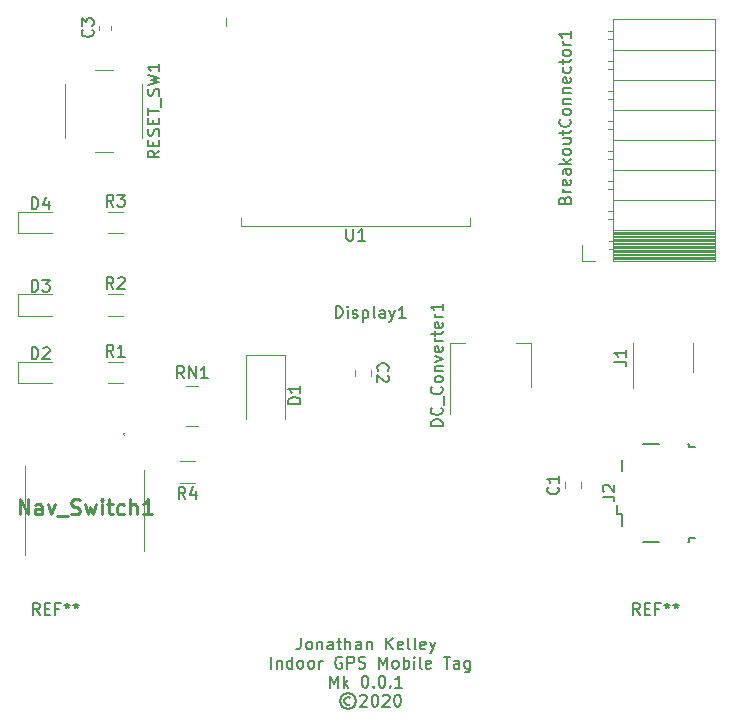
<source format=gbr>
%TF.GenerationSoftware,KiCad,Pcbnew,(5.99.0-3294-g9c46e491e)*%
%TF.CreationDate,2020-11-17T05:13:20-05:00*%
%TF.ProjectId,mobile-tag,6d6f6269-6c65-42d7-9461-672e6b696361,rev?*%
%TF.SameCoordinates,Original*%
%TF.FileFunction,Legend,Top*%
%TF.FilePolarity,Positive*%
%FSLAX46Y46*%
G04 Gerber Fmt 4.6, Leading zero omitted, Abs format (unit mm)*
G04 Created by KiCad (PCBNEW (5.99.0-3294-g9c46e491e)) date 2020-11-17 05:13:20*
%MOMM*%
%LPD*%
G01*
G04 APERTURE LIST*
%ADD10C,0.150000*%
%ADD11C,0.254000*%
%ADD12C,0.120000*%
%ADD13C,0.100000*%
G04 APERTURE END LIST*
D10*
X127469047Y-99272380D02*
X127469047Y-99986666D01*
X127421428Y-100129523D01*
X127326190Y-100224761D01*
X127183333Y-100272380D01*
X127088095Y-100272380D01*
X128088095Y-100272380D02*
X127992857Y-100224761D01*
X127945238Y-100177142D01*
X127897619Y-100081904D01*
X127897619Y-99796190D01*
X127945238Y-99700952D01*
X127992857Y-99653333D01*
X128088095Y-99605714D01*
X128230952Y-99605714D01*
X128326190Y-99653333D01*
X128373809Y-99700952D01*
X128421428Y-99796190D01*
X128421428Y-100081904D01*
X128373809Y-100177142D01*
X128326190Y-100224761D01*
X128230952Y-100272380D01*
X128088095Y-100272380D01*
X128850000Y-99605714D02*
X128850000Y-100272380D01*
X128850000Y-99700952D02*
X128897619Y-99653333D01*
X128992857Y-99605714D01*
X129135714Y-99605714D01*
X129230952Y-99653333D01*
X129278571Y-99748571D01*
X129278571Y-100272380D01*
X130183333Y-100272380D02*
X130183333Y-99748571D01*
X130135714Y-99653333D01*
X130040476Y-99605714D01*
X129850000Y-99605714D01*
X129754761Y-99653333D01*
X130183333Y-100224761D02*
X130088095Y-100272380D01*
X129850000Y-100272380D01*
X129754761Y-100224761D01*
X129707142Y-100129523D01*
X129707142Y-100034285D01*
X129754761Y-99939047D01*
X129850000Y-99891428D01*
X130088095Y-99891428D01*
X130183333Y-99843809D01*
X130516666Y-99605714D02*
X130897619Y-99605714D01*
X130659523Y-99272380D02*
X130659523Y-100129523D01*
X130707142Y-100224761D01*
X130802380Y-100272380D01*
X130897619Y-100272380D01*
X131230952Y-100272380D02*
X131230952Y-99272380D01*
X131659523Y-100272380D02*
X131659523Y-99748571D01*
X131611904Y-99653333D01*
X131516666Y-99605714D01*
X131373809Y-99605714D01*
X131278571Y-99653333D01*
X131230952Y-99700952D01*
X132564285Y-100272380D02*
X132564285Y-99748571D01*
X132516666Y-99653333D01*
X132421428Y-99605714D01*
X132230952Y-99605714D01*
X132135714Y-99653333D01*
X132564285Y-100224761D02*
X132469047Y-100272380D01*
X132230952Y-100272380D01*
X132135714Y-100224761D01*
X132088095Y-100129523D01*
X132088095Y-100034285D01*
X132135714Y-99939047D01*
X132230952Y-99891428D01*
X132469047Y-99891428D01*
X132564285Y-99843809D01*
X133040476Y-99605714D02*
X133040476Y-100272380D01*
X133040476Y-99700952D02*
X133088095Y-99653333D01*
X133183333Y-99605714D01*
X133326190Y-99605714D01*
X133421428Y-99653333D01*
X133469047Y-99748571D01*
X133469047Y-100272380D01*
X134707142Y-100272380D02*
X134707142Y-99272380D01*
X135278571Y-100272380D02*
X134850000Y-99700952D01*
X135278571Y-99272380D02*
X134707142Y-99843809D01*
X136088095Y-100224761D02*
X135992857Y-100272380D01*
X135802380Y-100272380D01*
X135707142Y-100224761D01*
X135659523Y-100129523D01*
X135659523Y-99748571D01*
X135707142Y-99653333D01*
X135802380Y-99605714D01*
X135992857Y-99605714D01*
X136088095Y-99653333D01*
X136135714Y-99748571D01*
X136135714Y-99843809D01*
X135659523Y-99939047D01*
X136707142Y-100272380D02*
X136611904Y-100224761D01*
X136564285Y-100129523D01*
X136564285Y-99272380D01*
X137230952Y-100272380D02*
X137135714Y-100224761D01*
X137088095Y-100129523D01*
X137088095Y-99272380D01*
X137992857Y-100224761D02*
X137897619Y-100272380D01*
X137707142Y-100272380D01*
X137611904Y-100224761D01*
X137564285Y-100129523D01*
X137564285Y-99748571D01*
X137611904Y-99653333D01*
X137707142Y-99605714D01*
X137897619Y-99605714D01*
X137992857Y-99653333D01*
X138040476Y-99748571D01*
X138040476Y-99843809D01*
X137564285Y-99939047D01*
X138373809Y-99605714D02*
X138611904Y-100272380D01*
X138850000Y-99605714D02*
X138611904Y-100272380D01*
X138516666Y-100510476D01*
X138469047Y-100558095D01*
X138373809Y-100605714D01*
X124921428Y-101882380D02*
X124921428Y-100882380D01*
X125397619Y-101215714D02*
X125397619Y-101882380D01*
X125397619Y-101310952D02*
X125445238Y-101263333D01*
X125540476Y-101215714D01*
X125683333Y-101215714D01*
X125778571Y-101263333D01*
X125826190Y-101358571D01*
X125826190Y-101882380D01*
X126730952Y-101882380D02*
X126730952Y-100882380D01*
X126730952Y-101834761D02*
X126635714Y-101882380D01*
X126445238Y-101882380D01*
X126350000Y-101834761D01*
X126302380Y-101787142D01*
X126254761Y-101691904D01*
X126254761Y-101406190D01*
X126302380Y-101310952D01*
X126350000Y-101263333D01*
X126445238Y-101215714D01*
X126635714Y-101215714D01*
X126730952Y-101263333D01*
X127350000Y-101882380D02*
X127254761Y-101834761D01*
X127207142Y-101787142D01*
X127159523Y-101691904D01*
X127159523Y-101406190D01*
X127207142Y-101310952D01*
X127254761Y-101263333D01*
X127350000Y-101215714D01*
X127492857Y-101215714D01*
X127588095Y-101263333D01*
X127635714Y-101310952D01*
X127683333Y-101406190D01*
X127683333Y-101691904D01*
X127635714Y-101787142D01*
X127588095Y-101834761D01*
X127492857Y-101882380D01*
X127350000Y-101882380D01*
X128254761Y-101882380D02*
X128159523Y-101834761D01*
X128111904Y-101787142D01*
X128064285Y-101691904D01*
X128064285Y-101406190D01*
X128111904Y-101310952D01*
X128159523Y-101263333D01*
X128254761Y-101215714D01*
X128397619Y-101215714D01*
X128492857Y-101263333D01*
X128540476Y-101310952D01*
X128588095Y-101406190D01*
X128588095Y-101691904D01*
X128540476Y-101787142D01*
X128492857Y-101834761D01*
X128397619Y-101882380D01*
X128254761Y-101882380D01*
X129016666Y-101882380D02*
X129016666Y-101215714D01*
X129016666Y-101406190D02*
X129064285Y-101310952D01*
X129111904Y-101263333D01*
X129207142Y-101215714D01*
X129302380Y-101215714D01*
X130921428Y-100930000D02*
X130826190Y-100882380D01*
X130683333Y-100882380D01*
X130540476Y-100930000D01*
X130445238Y-101025238D01*
X130397619Y-101120476D01*
X130350000Y-101310952D01*
X130350000Y-101453809D01*
X130397619Y-101644285D01*
X130445238Y-101739523D01*
X130540476Y-101834761D01*
X130683333Y-101882380D01*
X130778571Y-101882380D01*
X130921428Y-101834761D01*
X130969047Y-101787142D01*
X130969047Y-101453809D01*
X130778571Y-101453809D01*
X131397619Y-101882380D02*
X131397619Y-100882380D01*
X131778571Y-100882380D01*
X131873809Y-100930000D01*
X131921428Y-100977619D01*
X131969047Y-101072857D01*
X131969047Y-101215714D01*
X131921428Y-101310952D01*
X131873809Y-101358571D01*
X131778571Y-101406190D01*
X131397619Y-101406190D01*
X132350000Y-101834761D02*
X132492857Y-101882380D01*
X132730952Y-101882380D01*
X132826190Y-101834761D01*
X132873809Y-101787142D01*
X132921428Y-101691904D01*
X132921428Y-101596666D01*
X132873809Y-101501428D01*
X132826190Y-101453809D01*
X132730952Y-101406190D01*
X132540476Y-101358571D01*
X132445238Y-101310952D01*
X132397619Y-101263333D01*
X132350000Y-101168095D01*
X132350000Y-101072857D01*
X132397619Y-100977619D01*
X132445238Y-100930000D01*
X132540476Y-100882380D01*
X132778571Y-100882380D01*
X132921428Y-100930000D01*
X134111904Y-101882380D02*
X134111904Y-100882380D01*
X134445238Y-101596666D01*
X134778571Y-100882380D01*
X134778571Y-101882380D01*
X135397619Y-101882380D02*
X135302380Y-101834761D01*
X135254761Y-101787142D01*
X135207142Y-101691904D01*
X135207142Y-101406190D01*
X135254761Y-101310952D01*
X135302380Y-101263333D01*
X135397619Y-101215714D01*
X135540476Y-101215714D01*
X135635714Y-101263333D01*
X135683333Y-101310952D01*
X135730952Y-101406190D01*
X135730952Y-101691904D01*
X135683333Y-101787142D01*
X135635714Y-101834761D01*
X135540476Y-101882380D01*
X135397619Y-101882380D01*
X136159523Y-101882380D02*
X136159523Y-100882380D01*
X136159523Y-101263333D02*
X136254761Y-101215714D01*
X136445238Y-101215714D01*
X136540476Y-101263333D01*
X136588095Y-101310952D01*
X136635714Y-101406190D01*
X136635714Y-101691904D01*
X136588095Y-101787142D01*
X136540476Y-101834761D01*
X136445238Y-101882380D01*
X136254761Y-101882380D01*
X136159523Y-101834761D01*
X137064285Y-101882380D02*
X137064285Y-101215714D01*
X137064285Y-100882380D02*
X137016666Y-100930000D01*
X137064285Y-100977619D01*
X137111904Y-100930000D01*
X137064285Y-100882380D01*
X137064285Y-100977619D01*
X137683333Y-101882380D02*
X137588095Y-101834761D01*
X137540476Y-101739523D01*
X137540476Y-100882380D01*
X138445238Y-101834761D02*
X138350000Y-101882380D01*
X138159523Y-101882380D01*
X138064285Y-101834761D01*
X138016666Y-101739523D01*
X138016666Y-101358571D01*
X138064285Y-101263333D01*
X138159523Y-101215714D01*
X138350000Y-101215714D01*
X138445238Y-101263333D01*
X138492857Y-101358571D01*
X138492857Y-101453809D01*
X138016666Y-101549047D01*
X139540476Y-100882380D02*
X140111904Y-100882380D01*
X139826190Y-101882380D02*
X139826190Y-100882380D01*
X140873809Y-101882380D02*
X140873809Y-101358571D01*
X140826190Y-101263333D01*
X140730952Y-101215714D01*
X140540476Y-101215714D01*
X140445238Y-101263333D01*
X140873809Y-101834761D02*
X140778571Y-101882380D01*
X140540476Y-101882380D01*
X140445238Y-101834761D01*
X140397619Y-101739523D01*
X140397619Y-101644285D01*
X140445238Y-101549047D01*
X140540476Y-101501428D01*
X140778571Y-101501428D01*
X140873809Y-101453809D01*
X141778571Y-101215714D02*
X141778571Y-102025238D01*
X141730952Y-102120476D01*
X141683333Y-102168095D01*
X141588095Y-102215714D01*
X141445238Y-102215714D01*
X141350000Y-102168095D01*
X141778571Y-101834761D02*
X141683333Y-101882380D01*
X141492857Y-101882380D01*
X141397619Y-101834761D01*
X141350000Y-101787142D01*
X141302380Y-101691904D01*
X141302380Y-101406190D01*
X141350000Y-101310952D01*
X141397619Y-101263333D01*
X141492857Y-101215714D01*
X141683333Y-101215714D01*
X141778571Y-101263333D01*
X129945238Y-103492380D02*
X129945238Y-102492380D01*
X130278571Y-103206666D01*
X130611904Y-102492380D01*
X130611904Y-103492380D01*
X131088095Y-103492380D02*
X131088095Y-102492380D01*
X131183333Y-103111428D02*
X131469047Y-103492380D01*
X131469047Y-102825714D02*
X131088095Y-103206666D01*
X132850000Y-102492380D02*
X132945238Y-102492380D01*
X133040476Y-102540000D01*
X133088095Y-102587619D01*
X133135714Y-102682857D01*
X133183333Y-102873333D01*
X133183333Y-103111428D01*
X133135714Y-103301904D01*
X133088095Y-103397142D01*
X133040476Y-103444761D01*
X132945238Y-103492380D01*
X132850000Y-103492380D01*
X132754761Y-103444761D01*
X132707142Y-103397142D01*
X132659523Y-103301904D01*
X132611904Y-103111428D01*
X132611904Y-102873333D01*
X132659523Y-102682857D01*
X132707142Y-102587619D01*
X132754761Y-102540000D01*
X132850000Y-102492380D01*
X133611904Y-103397142D02*
X133659523Y-103444761D01*
X133611904Y-103492380D01*
X133564285Y-103444761D01*
X133611904Y-103397142D01*
X133611904Y-103492380D01*
X134278571Y-102492380D02*
X134373809Y-102492380D01*
X134469047Y-102540000D01*
X134516666Y-102587619D01*
X134564285Y-102682857D01*
X134611904Y-102873333D01*
X134611904Y-103111428D01*
X134564285Y-103301904D01*
X134516666Y-103397142D01*
X134469047Y-103444761D01*
X134373809Y-103492380D01*
X134278571Y-103492380D01*
X134183333Y-103444761D01*
X134135714Y-103397142D01*
X134088095Y-103301904D01*
X134040476Y-103111428D01*
X134040476Y-102873333D01*
X134088095Y-102682857D01*
X134135714Y-102587619D01*
X134183333Y-102540000D01*
X134278571Y-102492380D01*
X135040476Y-103397142D02*
X135088095Y-103444761D01*
X135040476Y-103492380D01*
X134992857Y-103444761D01*
X135040476Y-103397142D01*
X135040476Y-103492380D01*
X136040476Y-103492380D02*
X135469047Y-103492380D01*
X135754761Y-103492380D02*
X135754761Y-102492380D01*
X135659523Y-102635238D01*
X135564285Y-102730476D01*
X135469047Y-102778095D01*
X131635714Y-104340476D02*
X131540476Y-104292857D01*
X131350000Y-104292857D01*
X131254761Y-104340476D01*
X131159523Y-104435714D01*
X131111904Y-104530952D01*
X131111904Y-104721428D01*
X131159523Y-104816666D01*
X131254761Y-104911904D01*
X131350000Y-104959523D01*
X131540476Y-104959523D01*
X131635714Y-104911904D01*
X131445238Y-103959523D02*
X131207142Y-104007142D01*
X130969047Y-104150000D01*
X130826190Y-104388095D01*
X130778571Y-104626190D01*
X130826190Y-104864285D01*
X130969047Y-105102380D01*
X131207142Y-105245238D01*
X131445238Y-105292857D01*
X131683333Y-105245238D01*
X131921428Y-105102380D01*
X132064285Y-104864285D01*
X132111904Y-104626190D01*
X132064285Y-104388095D01*
X131921428Y-104150000D01*
X131683333Y-104007142D01*
X131445238Y-103959523D01*
X132492857Y-104197619D02*
X132540476Y-104150000D01*
X132635714Y-104102380D01*
X132873809Y-104102380D01*
X132969047Y-104150000D01*
X133016666Y-104197619D01*
X133064285Y-104292857D01*
X133064285Y-104388095D01*
X133016666Y-104530952D01*
X132445238Y-105102380D01*
X133064285Y-105102380D01*
X133683333Y-104102380D02*
X133778571Y-104102380D01*
X133873809Y-104150000D01*
X133921428Y-104197619D01*
X133969047Y-104292857D01*
X134016666Y-104483333D01*
X134016666Y-104721428D01*
X133969047Y-104911904D01*
X133921428Y-105007142D01*
X133873809Y-105054761D01*
X133778571Y-105102380D01*
X133683333Y-105102380D01*
X133588095Y-105054761D01*
X133540476Y-105007142D01*
X133492857Y-104911904D01*
X133445238Y-104721428D01*
X133445238Y-104483333D01*
X133492857Y-104292857D01*
X133540476Y-104197619D01*
X133588095Y-104150000D01*
X133683333Y-104102380D01*
X134397619Y-104197619D02*
X134445238Y-104150000D01*
X134540476Y-104102380D01*
X134778571Y-104102380D01*
X134873809Y-104150000D01*
X134921428Y-104197619D01*
X134969047Y-104292857D01*
X134969047Y-104388095D01*
X134921428Y-104530952D01*
X134350000Y-105102380D01*
X134969047Y-105102380D01*
X135588095Y-104102380D02*
X135683333Y-104102380D01*
X135778571Y-104150000D01*
X135826190Y-104197619D01*
X135873809Y-104292857D01*
X135921428Y-104483333D01*
X135921428Y-104721428D01*
X135873809Y-104911904D01*
X135826190Y-105007142D01*
X135778571Y-105054761D01*
X135683333Y-105102380D01*
X135588095Y-105102380D01*
X135492857Y-105054761D01*
X135445238Y-105007142D01*
X135397619Y-104911904D01*
X135350000Y-104721428D01*
X135350000Y-104483333D01*
X135397619Y-104292857D01*
X135445238Y-104197619D01*
X135492857Y-104150000D01*
X135588095Y-104102380D01*
%TO.C,Display1*%
X130421428Y-72207380D02*
X130421428Y-71207380D01*
X130659523Y-71207380D01*
X130802380Y-71255000D01*
X130897619Y-71350238D01*
X130945238Y-71445476D01*
X130992857Y-71635952D01*
X130992857Y-71778809D01*
X130945238Y-71969285D01*
X130897619Y-72064523D01*
X130802380Y-72159761D01*
X130659523Y-72207380D01*
X130421428Y-72207380D01*
X131421428Y-72207380D02*
X131421428Y-71540714D01*
X131421428Y-71207380D02*
X131373809Y-71255000D01*
X131421428Y-71302619D01*
X131469047Y-71255000D01*
X131421428Y-71207380D01*
X131421428Y-71302619D01*
X131850000Y-72159761D02*
X131945238Y-72207380D01*
X132135714Y-72207380D01*
X132230952Y-72159761D01*
X132278571Y-72064523D01*
X132278571Y-72016904D01*
X132230952Y-71921666D01*
X132135714Y-71874047D01*
X131992857Y-71874047D01*
X131897619Y-71826428D01*
X131850000Y-71731190D01*
X131850000Y-71683571D01*
X131897619Y-71588333D01*
X131992857Y-71540714D01*
X132135714Y-71540714D01*
X132230952Y-71588333D01*
X132707142Y-71540714D02*
X132707142Y-72540714D01*
X132707142Y-71588333D02*
X132802380Y-71540714D01*
X132992857Y-71540714D01*
X133088095Y-71588333D01*
X133135714Y-71635952D01*
X133183333Y-71731190D01*
X133183333Y-72016904D01*
X133135714Y-72112142D01*
X133088095Y-72159761D01*
X132992857Y-72207380D01*
X132802380Y-72207380D01*
X132707142Y-72159761D01*
X133754761Y-72207380D02*
X133659523Y-72159761D01*
X133611904Y-72064523D01*
X133611904Y-71207380D01*
X134564285Y-72207380D02*
X134564285Y-71683571D01*
X134516666Y-71588333D01*
X134421428Y-71540714D01*
X134230952Y-71540714D01*
X134135714Y-71588333D01*
X134564285Y-72159761D02*
X134469047Y-72207380D01*
X134230952Y-72207380D01*
X134135714Y-72159761D01*
X134088095Y-72064523D01*
X134088095Y-71969285D01*
X134135714Y-71874047D01*
X134230952Y-71826428D01*
X134469047Y-71826428D01*
X134564285Y-71778809D01*
X134945238Y-71540714D02*
X135183333Y-72207380D01*
X135421428Y-71540714D02*
X135183333Y-72207380D01*
X135088095Y-72445476D01*
X135040476Y-72493095D01*
X134945238Y-72540714D01*
X136326190Y-72207380D02*
X135754761Y-72207380D01*
X136040476Y-72207380D02*
X136040476Y-71207380D01*
X135945238Y-71350238D01*
X135850000Y-71445476D01*
X135754761Y-71493095D01*
%TO.C,D2*%
X104671904Y-75687380D02*
X104671904Y-74687380D01*
X104910000Y-74687380D01*
X105052857Y-74735000D01*
X105148095Y-74830238D01*
X105195714Y-74925476D01*
X105243333Y-75115952D01*
X105243333Y-75258809D01*
X105195714Y-75449285D01*
X105148095Y-75544523D01*
X105052857Y-75639761D01*
X104910000Y-75687380D01*
X104671904Y-75687380D01*
X105624285Y-74782619D02*
X105671904Y-74735000D01*
X105767142Y-74687380D01*
X106005238Y-74687380D01*
X106100476Y-74735000D01*
X106148095Y-74782619D01*
X106195714Y-74877857D01*
X106195714Y-74973095D01*
X106148095Y-75115952D01*
X105576666Y-75687380D01*
X106195714Y-75687380D01*
D11*
%TO.C,Nav_Switch1*%
X103656190Y-88839523D02*
X103656190Y-87569523D01*
X104381904Y-88839523D01*
X104381904Y-87569523D01*
X105530952Y-88839523D02*
X105530952Y-88174285D01*
X105470476Y-88053333D01*
X105349523Y-87992857D01*
X105107619Y-87992857D01*
X104986666Y-88053333D01*
X105530952Y-88779047D02*
X105410000Y-88839523D01*
X105107619Y-88839523D01*
X104986666Y-88779047D01*
X104926190Y-88658095D01*
X104926190Y-88537142D01*
X104986666Y-88416190D01*
X105107619Y-88355714D01*
X105410000Y-88355714D01*
X105530952Y-88295238D01*
X106014761Y-87992857D02*
X106317142Y-88839523D01*
X106619523Y-87992857D01*
X106800952Y-88960476D02*
X107768571Y-88960476D01*
X108010476Y-88779047D02*
X108191904Y-88839523D01*
X108494285Y-88839523D01*
X108615238Y-88779047D01*
X108675714Y-88718571D01*
X108736190Y-88597619D01*
X108736190Y-88476666D01*
X108675714Y-88355714D01*
X108615238Y-88295238D01*
X108494285Y-88234761D01*
X108252380Y-88174285D01*
X108131428Y-88113809D01*
X108070952Y-88053333D01*
X108010476Y-87932380D01*
X108010476Y-87811428D01*
X108070952Y-87690476D01*
X108131428Y-87630000D01*
X108252380Y-87569523D01*
X108554761Y-87569523D01*
X108736190Y-87630000D01*
X109159523Y-87992857D02*
X109401428Y-88839523D01*
X109643333Y-88234761D01*
X109885238Y-88839523D01*
X110127142Y-87992857D01*
X110610952Y-88839523D02*
X110610952Y-87992857D01*
X110610952Y-87569523D02*
X110550476Y-87630000D01*
X110610952Y-87690476D01*
X110671428Y-87630000D01*
X110610952Y-87569523D01*
X110610952Y-87690476D01*
X111034285Y-87992857D02*
X111518095Y-87992857D01*
X111215714Y-87569523D02*
X111215714Y-88658095D01*
X111276190Y-88779047D01*
X111397142Y-88839523D01*
X111518095Y-88839523D01*
X112485714Y-88779047D02*
X112364761Y-88839523D01*
X112122857Y-88839523D01*
X112001904Y-88779047D01*
X111941428Y-88718571D01*
X111880952Y-88597619D01*
X111880952Y-88234761D01*
X111941428Y-88113809D01*
X112001904Y-88053333D01*
X112122857Y-87992857D01*
X112364761Y-87992857D01*
X112485714Y-88053333D01*
X113030000Y-88839523D02*
X113030000Y-87569523D01*
X113574285Y-88839523D02*
X113574285Y-88174285D01*
X113513809Y-88053333D01*
X113392857Y-87992857D01*
X113211428Y-87992857D01*
X113090476Y-88053333D01*
X113030000Y-88113809D01*
X114844285Y-88839523D02*
X114118571Y-88839523D01*
X114481428Y-88839523D02*
X114481428Y-87569523D01*
X114360476Y-87750952D01*
X114239523Y-87871904D01*
X114118571Y-87932380D01*
D10*
%TO.C,D3*%
X104671904Y-69972380D02*
X104671904Y-68972380D01*
X104910000Y-68972380D01*
X105052857Y-69020000D01*
X105148095Y-69115238D01*
X105195714Y-69210476D01*
X105243333Y-69400952D01*
X105243333Y-69543809D01*
X105195714Y-69734285D01*
X105148095Y-69829523D01*
X105052857Y-69924761D01*
X104910000Y-69972380D01*
X104671904Y-69972380D01*
X105576666Y-68972380D02*
X106195714Y-68972380D01*
X105862380Y-69353333D01*
X106005238Y-69353333D01*
X106100476Y-69400952D01*
X106148095Y-69448571D01*
X106195714Y-69543809D01*
X106195714Y-69781904D01*
X106148095Y-69877142D01*
X106100476Y-69924761D01*
X106005238Y-69972380D01*
X105719523Y-69972380D01*
X105624285Y-69924761D01*
X105576666Y-69877142D01*
%TO.C,REF\u002A\u002A*%
X156146666Y-97352380D02*
X155813333Y-96876190D01*
X155575238Y-97352380D02*
X155575238Y-96352380D01*
X155956190Y-96352380D01*
X156051428Y-96400000D01*
X156099047Y-96447619D01*
X156146666Y-96542857D01*
X156146666Y-96685714D01*
X156099047Y-96780952D01*
X156051428Y-96828571D01*
X155956190Y-96876190D01*
X155575238Y-96876190D01*
X156575238Y-96828571D02*
X156908571Y-96828571D01*
X157051428Y-97352380D02*
X156575238Y-97352380D01*
X156575238Y-96352380D01*
X157051428Y-96352380D01*
X157813333Y-96828571D02*
X157480000Y-96828571D01*
X157480000Y-97352380D02*
X157480000Y-96352380D01*
X157956190Y-96352380D01*
X158480000Y-96352380D02*
X158480000Y-96590476D01*
X158241904Y-96495238D02*
X158480000Y-96590476D01*
X158718095Y-96495238D01*
X158337142Y-96780952D02*
X158480000Y-96590476D01*
X158622857Y-96780952D01*
X159241904Y-96352380D02*
X159241904Y-96590476D01*
X159003809Y-96495238D02*
X159241904Y-96590476D01*
X159480000Y-96495238D01*
X159099047Y-96780952D02*
X159241904Y-96590476D01*
X159384761Y-96780952D01*
%TO.C,*%
%TO.C,R2*%
X111593333Y-69752380D02*
X111260000Y-69276190D01*
X111021904Y-69752380D02*
X111021904Y-68752380D01*
X111402857Y-68752380D01*
X111498095Y-68800000D01*
X111545714Y-68847619D01*
X111593333Y-68942857D01*
X111593333Y-69085714D01*
X111545714Y-69180952D01*
X111498095Y-69228571D01*
X111402857Y-69276190D01*
X111021904Y-69276190D01*
X111974285Y-68847619D02*
X112021904Y-68800000D01*
X112117142Y-68752380D01*
X112355238Y-68752380D01*
X112450476Y-68800000D01*
X112498095Y-68847619D01*
X112545714Y-68942857D01*
X112545714Y-69038095D01*
X112498095Y-69180952D01*
X111926666Y-69752380D01*
X112545714Y-69752380D01*
%TO.C,R4*%
X117689333Y-87512380D02*
X117356000Y-87036190D01*
X117117904Y-87512380D02*
X117117904Y-86512380D01*
X117498857Y-86512380D01*
X117594095Y-86560000D01*
X117641714Y-86607619D01*
X117689333Y-86702857D01*
X117689333Y-86845714D01*
X117641714Y-86940952D01*
X117594095Y-86988571D01*
X117498857Y-87036190D01*
X117117904Y-87036190D01*
X118546476Y-86845714D02*
X118546476Y-87512380D01*
X118308380Y-86464761D02*
X118070285Y-87179047D01*
X118689333Y-87179047D01*
%TO.C,*%
%TO.C,J2*%
X153006160Y-87326354D02*
X153720446Y-87326354D01*
X153863303Y-87373973D01*
X153958541Y-87469211D01*
X154006160Y-87612068D01*
X154006160Y-87707306D01*
X153101399Y-86897782D02*
X153053780Y-86850163D01*
X153006160Y-86754925D01*
X153006160Y-86516830D01*
X153053780Y-86421592D01*
X153101399Y-86373973D01*
X153196637Y-86326354D01*
X153291875Y-86326354D01*
X153434732Y-86373973D01*
X154006160Y-86945401D01*
X154006160Y-86326354D01*
%TO.C,RN1*%
X117583523Y-77304380D02*
X117250190Y-76828190D01*
X117012095Y-77304380D02*
X117012095Y-76304380D01*
X117393047Y-76304380D01*
X117488285Y-76352000D01*
X117535904Y-76399619D01*
X117583523Y-76494857D01*
X117583523Y-76637714D01*
X117535904Y-76732952D01*
X117488285Y-76780571D01*
X117393047Y-76828190D01*
X117012095Y-76828190D01*
X118012095Y-77304380D02*
X118012095Y-76304380D01*
X118583523Y-77304380D01*
X118583523Y-76304380D01*
X119583523Y-77304380D02*
X119012095Y-77304380D01*
X119297809Y-77304380D02*
X119297809Y-76304380D01*
X119202571Y-76447238D01*
X119107333Y-76542476D01*
X119012095Y-76590095D01*
%TO.C,D1*%
X127412380Y-79478095D02*
X126412380Y-79478095D01*
X126412380Y-79240000D01*
X126460000Y-79097142D01*
X126555238Y-79001904D01*
X126650476Y-78954285D01*
X126840952Y-78906666D01*
X126983809Y-78906666D01*
X127174285Y-78954285D01*
X127269523Y-79001904D01*
X127364761Y-79097142D01*
X127412380Y-79240000D01*
X127412380Y-79478095D01*
X127412380Y-77954285D02*
X127412380Y-78525714D01*
X127412380Y-78240000D02*
X126412380Y-78240000D01*
X126555238Y-78335238D01*
X126650476Y-78430476D01*
X126698095Y-78525714D01*
%TO.C,R3*%
X111593333Y-62767380D02*
X111260000Y-62291190D01*
X111021904Y-62767380D02*
X111021904Y-61767380D01*
X111402857Y-61767380D01*
X111498095Y-61815000D01*
X111545714Y-61862619D01*
X111593333Y-61957857D01*
X111593333Y-62100714D01*
X111545714Y-62195952D01*
X111498095Y-62243571D01*
X111402857Y-62291190D01*
X111021904Y-62291190D01*
X111926666Y-61767380D02*
X112545714Y-61767380D01*
X112212380Y-62148333D01*
X112355238Y-62148333D01*
X112450476Y-62195952D01*
X112498095Y-62243571D01*
X112545714Y-62338809D01*
X112545714Y-62576904D01*
X112498095Y-62672142D01*
X112450476Y-62719761D01*
X112355238Y-62767380D01*
X112069523Y-62767380D01*
X111974285Y-62719761D01*
X111926666Y-62672142D01*
%TO.C,C2*%
X134007857Y-76668333D02*
X133960238Y-76620714D01*
X133912619Y-76477857D01*
X133912619Y-76382619D01*
X133960238Y-76239761D01*
X134055476Y-76144523D01*
X134150714Y-76096904D01*
X134341190Y-76049285D01*
X134484047Y-76049285D01*
X134674523Y-76096904D01*
X134769761Y-76144523D01*
X134865000Y-76239761D01*
X134912619Y-76382619D01*
X134912619Y-76477857D01*
X134865000Y-76620714D01*
X134817380Y-76668333D01*
X134817380Y-77049285D02*
X134865000Y-77096904D01*
X134912619Y-77192142D01*
X134912619Y-77430238D01*
X134865000Y-77525476D01*
X134817380Y-77573095D01*
X134722142Y-77620714D01*
X134626904Y-77620714D01*
X134484047Y-77573095D01*
X133912619Y-77001666D01*
X133912619Y-77620714D01*
%TO.C,R1*%
X111593333Y-75467380D02*
X111260000Y-74991190D01*
X111021904Y-75467380D02*
X111021904Y-74467380D01*
X111402857Y-74467380D01*
X111498095Y-74515000D01*
X111545714Y-74562619D01*
X111593333Y-74657857D01*
X111593333Y-74800714D01*
X111545714Y-74895952D01*
X111498095Y-74943571D01*
X111402857Y-74991190D01*
X111021904Y-74991190D01*
X112545714Y-75467380D02*
X111974285Y-75467380D01*
X112260000Y-75467380D02*
X112260000Y-74467380D01*
X112164761Y-74610238D01*
X112069523Y-74705476D01*
X111974285Y-74753095D01*
%TO.C,D4*%
X104671904Y-62987380D02*
X104671904Y-61987380D01*
X104910000Y-61987380D01*
X105052857Y-62035000D01*
X105148095Y-62130238D01*
X105195714Y-62225476D01*
X105243333Y-62415952D01*
X105243333Y-62558809D01*
X105195714Y-62749285D01*
X105148095Y-62844523D01*
X105052857Y-62939761D01*
X104910000Y-62987380D01*
X104671904Y-62987380D01*
X106100476Y-62320714D02*
X106100476Y-62987380D01*
X105862380Y-61939761D02*
X105624285Y-62654047D01*
X106243333Y-62654047D01*
%TO.C,C3*%
X109809716Y-47791666D02*
X109857335Y-47839285D01*
X109904954Y-47982142D01*
X109904954Y-48077380D01*
X109857335Y-48220238D01*
X109762097Y-48315476D01*
X109666859Y-48363095D01*
X109476383Y-48410714D01*
X109333526Y-48410714D01*
X109143050Y-48363095D01*
X109047812Y-48315476D01*
X108952574Y-48220238D01*
X108904954Y-48077380D01*
X108904954Y-47982142D01*
X108952574Y-47839285D01*
X109000193Y-47791666D01*
X108904954Y-47458333D02*
X108904954Y-46839285D01*
X109285907Y-47172619D01*
X109285907Y-47029761D01*
X109333526Y-46934523D01*
X109381145Y-46886904D01*
X109476383Y-46839285D01*
X109714478Y-46839285D01*
X109809716Y-46886904D01*
X109857335Y-46934523D01*
X109904954Y-47029761D01*
X109904954Y-47315476D01*
X109857335Y-47410714D01*
X109809716Y-47458333D01*
%TO.C,BreakoutConnector1*%
X149788571Y-62197380D02*
X149836190Y-62054523D01*
X149883809Y-62006904D01*
X149979047Y-61959285D01*
X150121904Y-61959285D01*
X150217142Y-62006904D01*
X150264761Y-62054523D01*
X150312380Y-62149761D01*
X150312380Y-62530714D01*
X149312380Y-62530714D01*
X149312380Y-62197380D01*
X149360000Y-62102142D01*
X149407619Y-62054523D01*
X149502857Y-62006904D01*
X149598095Y-62006904D01*
X149693333Y-62054523D01*
X149740952Y-62102142D01*
X149788571Y-62197380D01*
X149788571Y-62530714D01*
X150312380Y-61530714D02*
X149645714Y-61530714D01*
X149836190Y-61530714D02*
X149740952Y-61483095D01*
X149693333Y-61435476D01*
X149645714Y-61340238D01*
X149645714Y-61245000D01*
X150264761Y-60530714D02*
X150312380Y-60625952D01*
X150312380Y-60816428D01*
X150264761Y-60911666D01*
X150169523Y-60959285D01*
X149788571Y-60959285D01*
X149693333Y-60911666D01*
X149645714Y-60816428D01*
X149645714Y-60625952D01*
X149693333Y-60530714D01*
X149788571Y-60483095D01*
X149883809Y-60483095D01*
X149979047Y-60959285D01*
X150312380Y-59625952D02*
X149788571Y-59625952D01*
X149693333Y-59673571D01*
X149645714Y-59768809D01*
X149645714Y-59959285D01*
X149693333Y-60054523D01*
X150264761Y-59625952D02*
X150312380Y-59721190D01*
X150312380Y-59959285D01*
X150264761Y-60054523D01*
X150169523Y-60102142D01*
X150074285Y-60102142D01*
X149979047Y-60054523D01*
X149931428Y-59959285D01*
X149931428Y-59721190D01*
X149883809Y-59625952D01*
X150312380Y-59149761D02*
X149312380Y-59149761D01*
X149931428Y-59054523D02*
X150312380Y-58768809D01*
X149645714Y-58768809D02*
X150026666Y-59149761D01*
X150312380Y-58197380D02*
X150264761Y-58292619D01*
X150217142Y-58340238D01*
X150121904Y-58387857D01*
X149836190Y-58387857D01*
X149740952Y-58340238D01*
X149693333Y-58292619D01*
X149645714Y-58197380D01*
X149645714Y-58054523D01*
X149693333Y-57959285D01*
X149740952Y-57911666D01*
X149836190Y-57864047D01*
X150121904Y-57864047D01*
X150217142Y-57911666D01*
X150264761Y-57959285D01*
X150312380Y-58054523D01*
X150312380Y-58197380D01*
X149645714Y-57006904D02*
X150312380Y-57006904D01*
X149645714Y-57435476D02*
X150169523Y-57435476D01*
X150264761Y-57387857D01*
X150312380Y-57292619D01*
X150312380Y-57149761D01*
X150264761Y-57054523D01*
X150217142Y-57006904D01*
X149645714Y-56673571D02*
X149645714Y-56292619D01*
X149312380Y-56530714D02*
X150169523Y-56530714D01*
X150264761Y-56483095D01*
X150312380Y-56387857D01*
X150312380Y-56292619D01*
X150217142Y-55387857D02*
X150264761Y-55435476D01*
X150312380Y-55578333D01*
X150312380Y-55673571D01*
X150264761Y-55816428D01*
X150169523Y-55911666D01*
X150074285Y-55959285D01*
X149883809Y-56006904D01*
X149740952Y-56006904D01*
X149550476Y-55959285D01*
X149455238Y-55911666D01*
X149360000Y-55816428D01*
X149312380Y-55673571D01*
X149312380Y-55578333D01*
X149360000Y-55435476D01*
X149407619Y-55387857D01*
X150312380Y-54816428D02*
X150264761Y-54911666D01*
X150217142Y-54959285D01*
X150121904Y-55006904D01*
X149836190Y-55006904D01*
X149740952Y-54959285D01*
X149693333Y-54911666D01*
X149645714Y-54816428D01*
X149645714Y-54673571D01*
X149693333Y-54578333D01*
X149740952Y-54530714D01*
X149836190Y-54483095D01*
X150121904Y-54483095D01*
X150217142Y-54530714D01*
X150264761Y-54578333D01*
X150312380Y-54673571D01*
X150312380Y-54816428D01*
X149645714Y-54054523D02*
X150312380Y-54054523D01*
X149740952Y-54054523D02*
X149693333Y-54006904D01*
X149645714Y-53911666D01*
X149645714Y-53768809D01*
X149693333Y-53673571D01*
X149788571Y-53625952D01*
X150312380Y-53625952D01*
X149645714Y-53149761D02*
X150312380Y-53149761D01*
X149740952Y-53149761D02*
X149693333Y-53102142D01*
X149645714Y-53006904D01*
X149645714Y-52864047D01*
X149693333Y-52768809D01*
X149788571Y-52721190D01*
X150312380Y-52721190D01*
X150264761Y-51864047D02*
X150312380Y-51959285D01*
X150312380Y-52149761D01*
X150264761Y-52245000D01*
X150169523Y-52292619D01*
X149788571Y-52292619D01*
X149693333Y-52245000D01*
X149645714Y-52149761D01*
X149645714Y-51959285D01*
X149693333Y-51864047D01*
X149788571Y-51816428D01*
X149883809Y-51816428D01*
X149979047Y-52292619D01*
X150264761Y-50959285D02*
X150312380Y-51054523D01*
X150312380Y-51245000D01*
X150264761Y-51340238D01*
X150217142Y-51387857D01*
X150121904Y-51435476D01*
X149836190Y-51435476D01*
X149740952Y-51387857D01*
X149693333Y-51340238D01*
X149645714Y-51245000D01*
X149645714Y-51054523D01*
X149693333Y-50959285D01*
X149645714Y-50673571D02*
X149645714Y-50292619D01*
X149312380Y-50530714D02*
X150169523Y-50530714D01*
X150264761Y-50483095D01*
X150312380Y-50387857D01*
X150312380Y-50292619D01*
X150312380Y-49816428D02*
X150264761Y-49911666D01*
X150217142Y-49959285D01*
X150121904Y-50006904D01*
X149836190Y-50006904D01*
X149740952Y-49959285D01*
X149693333Y-49911666D01*
X149645714Y-49816428D01*
X149645714Y-49673571D01*
X149693333Y-49578333D01*
X149740952Y-49530714D01*
X149836190Y-49483095D01*
X150121904Y-49483095D01*
X150217142Y-49530714D01*
X150264761Y-49578333D01*
X150312380Y-49673571D01*
X150312380Y-49816428D01*
X150312380Y-49054523D02*
X149645714Y-49054523D01*
X149836190Y-49054523D02*
X149740952Y-49006904D01*
X149693333Y-48959285D01*
X149645714Y-48864047D01*
X149645714Y-48768809D01*
X150312380Y-47911666D02*
X150312380Y-48483095D01*
X150312380Y-48197380D02*
X149312380Y-48197380D01*
X149455238Y-48292619D01*
X149550476Y-48387857D01*
X149598095Y-48483095D01*
%TO.C,REF\u002A\u002A*%
X105346666Y-97352380D02*
X105013333Y-96876190D01*
X104775238Y-97352380D02*
X104775238Y-96352380D01*
X105156190Y-96352380D01*
X105251428Y-96400000D01*
X105299047Y-96447619D01*
X105346666Y-96542857D01*
X105346666Y-96685714D01*
X105299047Y-96780952D01*
X105251428Y-96828571D01*
X105156190Y-96876190D01*
X104775238Y-96876190D01*
X105775238Y-96828571D02*
X106108571Y-96828571D01*
X106251428Y-97352380D02*
X105775238Y-97352380D01*
X105775238Y-96352380D01*
X106251428Y-96352380D01*
X107013333Y-96828571D02*
X106680000Y-96828571D01*
X106680000Y-97352380D02*
X106680000Y-96352380D01*
X107156190Y-96352380D01*
X107680000Y-96352380D02*
X107680000Y-96590476D01*
X107441904Y-96495238D02*
X107680000Y-96590476D01*
X107918095Y-96495238D01*
X107537142Y-96780952D02*
X107680000Y-96590476D01*
X107822857Y-96780952D01*
X108441904Y-96352380D02*
X108441904Y-96590476D01*
X108203809Y-96495238D02*
X108441904Y-96590476D01*
X108680000Y-96495238D01*
X108299047Y-96780952D02*
X108441904Y-96590476D01*
X108584761Y-96780952D01*
%TO.C,C1*%
X149202142Y-86526666D02*
X149249761Y-86574285D01*
X149297380Y-86717142D01*
X149297380Y-86812380D01*
X149249761Y-86955238D01*
X149154523Y-87050476D01*
X149059285Y-87098095D01*
X148868809Y-87145714D01*
X148725952Y-87145714D01*
X148535476Y-87098095D01*
X148440238Y-87050476D01*
X148345000Y-86955238D01*
X148297380Y-86812380D01*
X148297380Y-86717142D01*
X148345000Y-86574285D01*
X148392619Y-86526666D01*
X149297380Y-85574285D02*
X149297380Y-86145714D01*
X149297380Y-85860000D02*
X148297380Y-85860000D01*
X148440238Y-85955238D01*
X148535476Y-86050476D01*
X148583095Y-86145714D01*
%TO.C,U1*%
X131318095Y-64652380D02*
X131318095Y-65461904D01*
X131365714Y-65557142D01*
X131413333Y-65604761D01*
X131508571Y-65652380D01*
X131699047Y-65652380D01*
X131794285Y-65604761D01*
X131841904Y-65557142D01*
X131889523Y-65461904D01*
X131889523Y-64652380D01*
X132889523Y-65652380D02*
X132318095Y-65652380D01*
X132603809Y-65652380D02*
X132603809Y-64652380D01*
X132508571Y-64795238D01*
X132413333Y-64890476D01*
X132318095Y-64938095D01*
%TO.C,J1*%
X154007380Y-75898333D02*
X154721666Y-75898333D01*
X154864523Y-75945952D01*
X154959761Y-76041190D01*
X155007380Y-76184047D01*
X155007380Y-76279285D01*
X155007380Y-74898333D02*
X155007380Y-75469761D01*
X155007380Y-75184047D02*
X154007380Y-75184047D01*
X154150238Y-75279285D01*
X154245476Y-75374523D01*
X154293095Y-75469761D01*
%TO.C,DC_Converter1*%
X139462380Y-81366666D02*
X138462380Y-81366666D01*
X138462380Y-81128571D01*
X138510000Y-80985714D01*
X138605238Y-80890476D01*
X138700476Y-80842857D01*
X138890952Y-80795238D01*
X139033809Y-80795238D01*
X139224285Y-80842857D01*
X139319523Y-80890476D01*
X139414761Y-80985714D01*
X139462380Y-81128571D01*
X139462380Y-81366666D01*
X139367142Y-79795238D02*
X139414761Y-79842857D01*
X139462380Y-79985714D01*
X139462380Y-80080952D01*
X139414761Y-80223809D01*
X139319523Y-80319047D01*
X139224285Y-80366666D01*
X139033809Y-80414285D01*
X138890952Y-80414285D01*
X138700476Y-80366666D01*
X138605238Y-80319047D01*
X138510000Y-80223809D01*
X138462380Y-80080952D01*
X138462380Y-79985714D01*
X138510000Y-79842857D01*
X138557619Y-79795238D01*
X139557619Y-79604761D02*
X139557619Y-78842857D01*
X139367142Y-78033333D02*
X139414761Y-78080952D01*
X139462380Y-78223809D01*
X139462380Y-78319047D01*
X139414761Y-78461904D01*
X139319523Y-78557142D01*
X139224285Y-78604761D01*
X139033809Y-78652380D01*
X138890952Y-78652380D01*
X138700476Y-78604761D01*
X138605238Y-78557142D01*
X138510000Y-78461904D01*
X138462380Y-78319047D01*
X138462380Y-78223809D01*
X138510000Y-78080952D01*
X138557619Y-78033333D01*
X139462380Y-77461904D02*
X139414761Y-77557142D01*
X139367142Y-77604761D01*
X139271904Y-77652380D01*
X138986190Y-77652380D01*
X138890952Y-77604761D01*
X138843333Y-77557142D01*
X138795714Y-77461904D01*
X138795714Y-77319047D01*
X138843333Y-77223809D01*
X138890952Y-77176190D01*
X138986190Y-77128571D01*
X139271904Y-77128571D01*
X139367142Y-77176190D01*
X139414761Y-77223809D01*
X139462380Y-77319047D01*
X139462380Y-77461904D01*
X138795714Y-76700000D02*
X139462380Y-76700000D01*
X138890952Y-76700000D02*
X138843333Y-76652380D01*
X138795714Y-76557142D01*
X138795714Y-76414285D01*
X138843333Y-76319047D01*
X138938571Y-76271428D01*
X139462380Y-76271428D01*
X138795714Y-75890476D02*
X139462380Y-75652380D01*
X138795714Y-75414285D01*
X139414761Y-74652380D02*
X139462380Y-74747619D01*
X139462380Y-74938095D01*
X139414761Y-75033333D01*
X139319523Y-75080952D01*
X138938571Y-75080952D01*
X138843333Y-75033333D01*
X138795714Y-74938095D01*
X138795714Y-74747619D01*
X138843333Y-74652380D01*
X138938571Y-74604761D01*
X139033809Y-74604761D01*
X139129047Y-75080952D01*
X139462380Y-74176190D02*
X138795714Y-74176190D01*
X138986190Y-74176190D02*
X138890952Y-74128571D01*
X138843333Y-74080952D01*
X138795714Y-73985714D01*
X138795714Y-73890476D01*
X138795714Y-73700000D02*
X138795714Y-73319047D01*
X138462380Y-73557142D02*
X139319523Y-73557142D01*
X139414761Y-73509523D01*
X139462380Y-73414285D01*
X139462380Y-73319047D01*
X139414761Y-72604761D02*
X139462380Y-72700000D01*
X139462380Y-72890476D01*
X139414761Y-72985714D01*
X139319523Y-73033333D01*
X138938571Y-73033333D01*
X138843333Y-72985714D01*
X138795714Y-72890476D01*
X138795714Y-72700000D01*
X138843333Y-72604761D01*
X138938571Y-72557142D01*
X139033809Y-72557142D01*
X139129047Y-73033333D01*
X139462380Y-72128571D02*
X138795714Y-72128571D01*
X138986190Y-72128571D02*
X138890952Y-72080952D01*
X138843333Y-72033333D01*
X138795714Y-71938095D01*
X138795714Y-71842857D01*
X139462380Y-70985714D02*
X139462380Y-71557142D01*
X139462380Y-71271428D02*
X138462380Y-71271428D01*
X138605238Y-71366666D01*
X138700476Y-71461904D01*
X138748095Y-71557142D01*
%TO.C,RESET_SW1*%
X115482380Y-58042142D02*
X115006190Y-58375476D01*
X115482380Y-58613571D02*
X114482380Y-58613571D01*
X114482380Y-58232619D01*
X114530000Y-58137380D01*
X114577619Y-58089761D01*
X114672857Y-58042142D01*
X114815714Y-58042142D01*
X114910952Y-58089761D01*
X114958571Y-58137380D01*
X115006190Y-58232619D01*
X115006190Y-58613571D01*
X114958571Y-57613571D02*
X114958571Y-57280238D01*
X115482380Y-57137380D02*
X115482380Y-57613571D01*
X114482380Y-57613571D01*
X114482380Y-57137380D01*
X115434761Y-56756428D02*
X115482380Y-56613571D01*
X115482380Y-56375476D01*
X115434761Y-56280238D01*
X115387142Y-56232619D01*
X115291904Y-56185000D01*
X115196666Y-56185000D01*
X115101428Y-56232619D01*
X115053809Y-56280238D01*
X115006190Y-56375476D01*
X114958571Y-56565952D01*
X114910952Y-56661190D01*
X114863333Y-56708809D01*
X114768095Y-56756428D01*
X114672857Y-56756428D01*
X114577619Y-56708809D01*
X114530000Y-56661190D01*
X114482380Y-56565952D01*
X114482380Y-56327857D01*
X114530000Y-56185000D01*
X114958571Y-55756428D02*
X114958571Y-55423095D01*
X115482380Y-55280238D02*
X115482380Y-55756428D01*
X114482380Y-55756428D01*
X114482380Y-55280238D01*
X114482380Y-54994523D02*
X114482380Y-54423095D01*
X115482380Y-54708809D02*
X114482380Y-54708809D01*
X115577619Y-54327857D02*
X115577619Y-53565952D01*
X115434761Y-53375476D02*
X115482380Y-53232619D01*
X115482380Y-52994523D01*
X115434761Y-52899285D01*
X115387142Y-52851666D01*
X115291904Y-52804047D01*
X115196666Y-52804047D01*
X115101428Y-52851666D01*
X115053809Y-52899285D01*
X115006190Y-52994523D01*
X114958571Y-53185000D01*
X114910952Y-53280238D01*
X114863333Y-53327857D01*
X114768095Y-53375476D01*
X114672857Y-53375476D01*
X114577619Y-53327857D01*
X114530000Y-53280238D01*
X114482380Y-53185000D01*
X114482380Y-52946904D01*
X114530000Y-52804047D01*
X114482380Y-52470714D02*
X115482380Y-52232619D01*
X114768095Y-52042142D01*
X115482380Y-51851666D01*
X114482380Y-51613571D01*
X115482380Y-50708809D02*
X115482380Y-51280238D01*
X115482380Y-50994523D02*
X114482380Y-50994523D01*
X114625238Y-51089761D01*
X114720476Y-51185000D01*
X114768095Y-51280238D01*
D12*
%TO.C,D2*%
X103525000Y-75925000D02*
X103525000Y-77745000D01*
X103525000Y-77745000D02*
X106410000Y-77745000D01*
X106410000Y-75925000D02*
X103525000Y-75925000D01*
D13*
%TO.C,Nav_Switch1*%
X112445000Y-81970000D02*
X112445000Y-81970000D01*
X114145000Y-85070000D02*
X114145000Y-91970000D01*
X112445000Y-82070000D02*
X112445000Y-82070000D01*
X104145000Y-84770000D02*
X104145000Y-92270000D01*
X112445000Y-82070000D02*
G75*
G02*
X112445000Y-81970000I0J50000D01*
G01*
X112445000Y-81970000D02*
G75*
G02*
X112445000Y-82070000I0J-50000D01*
G01*
D12*
%TO.C,D3*%
X103525000Y-72030000D02*
X106410000Y-72030000D01*
X103525000Y-70210000D02*
X103525000Y-72030000D01*
X106410000Y-70210000D02*
X103525000Y-70210000D01*
%TO.C,R2*%
X111157936Y-72030000D02*
X112362064Y-72030000D01*
X111157936Y-70210000D02*
X112362064Y-70210000D01*
%TO.C,R4*%
X118458064Y-84330000D02*
X117253936Y-84330000D01*
X118458064Y-86150000D02*
X117253936Y-86150000D01*
D10*
%TO.C,J2*%
X154653780Y-85193021D02*
X154653780Y-84193021D01*
X160353780Y-91143021D02*
X160353780Y-90843021D01*
X160353780Y-83143021D02*
X160353780Y-82843021D01*
X157803780Y-82843021D02*
X156403780Y-82843021D01*
X156403780Y-91143021D02*
X157803780Y-91143021D01*
X160353780Y-82843021D02*
X160203780Y-82843021D01*
X160353780Y-90843021D02*
X160803780Y-90843021D01*
X160203780Y-91143021D02*
X160353780Y-91143021D01*
X154228780Y-88068021D02*
X154228780Y-88793021D01*
X160803780Y-83143021D02*
X160353780Y-83143021D01*
X154228780Y-88793021D02*
X154653780Y-88793021D01*
X154653780Y-88793021D02*
X154653780Y-89793021D01*
D12*
%TO.C,RN1*%
X118774000Y-77972000D02*
X117774000Y-77972000D01*
X118774000Y-81332000D02*
X117774000Y-81332000D01*
%TO.C,D1*%
X126110000Y-75340000D02*
X126110000Y-80740000D01*
X122810000Y-75340000D02*
X122810000Y-80740000D01*
X126110000Y-75340000D02*
X122810000Y-75340000D01*
%TO.C,R3*%
X111157936Y-65045000D02*
X112362064Y-65045000D01*
X111157936Y-63225000D02*
X112362064Y-63225000D01*
%TO.C,C2*%
X132005000Y-76573748D02*
X132005000Y-77096252D01*
X133425000Y-76573748D02*
X133425000Y-77096252D01*
%TO.C,R1*%
X111157936Y-75925000D02*
X112362064Y-75925000D01*
X111157936Y-77745000D02*
X112362064Y-77745000D01*
%TO.C,D4*%
X103525000Y-65045000D02*
X106410000Y-65045000D01*
X106410000Y-63225000D02*
X103525000Y-63225000D01*
X103525000Y-63225000D02*
X103525000Y-65045000D01*
%TO.C,C3*%
X111392574Y-47796267D02*
X111392574Y-47453733D01*
X110372574Y-47796267D02*
X110372574Y-47453733D01*
%TO.C,BreakoutConnector1*%
X152400000Y-67370000D02*
X151290000Y-67370000D01*
X162490000Y-65596670D02*
X153860000Y-65596670D01*
X153860000Y-66400000D02*
X153510000Y-66400000D01*
X162490000Y-46930000D02*
X153860000Y-46930000D01*
X162490000Y-65124290D02*
X153860000Y-65124290D01*
X162490000Y-65950955D02*
X153860000Y-65950955D01*
X153860000Y-47900000D02*
X153450000Y-47900000D01*
X162490000Y-57150000D02*
X153860000Y-57150000D01*
X153860000Y-60600000D02*
X153450000Y-60600000D01*
X162490000Y-66305240D02*
X153860000Y-66305240D01*
X162490000Y-62230000D02*
X153860000Y-62230000D01*
X162490000Y-66777620D02*
X153860000Y-66777620D01*
X162490000Y-65360480D02*
X153860000Y-65360480D01*
X162490000Y-67370000D02*
X162490000Y-46930000D01*
X153860000Y-63140000D02*
X153450000Y-63140000D01*
X151290000Y-67370000D02*
X151290000Y-66040000D01*
X153860000Y-50440000D02*
X153450000Y-50440000D01*
X153860000Y-55520000D02*
X153450000Y-55520000D01*
X153860000Y-51160000D02*
X153450000Y-51160000D01*
X162490000Y-66895715D02*
X153860000Y-66895715D01*
X162490000Y-67370000D02*
X153860000Y-67370000D01*
X153860000Y-63860000D02*
X153450000Y-63860000D01*
X162490000Y-52070000D02*
X153860000Y-52070000D01*
X153860000Y-58780000D02*
X153450000Y-58780000D01*
X162490000Y-65242385D02*
X153860000Y-65242385D01*
X162490000Y-66541430D02*
X153860000Y-66541430D01*
X162490000Y-66069050D02*
X153860000Y-66069050D01*
X162490000Y-66659525D02*
X153860000Y-66659525D01*
X162490000Y-67250000D02*
X153860000Y-67250000D01*
X162490000Y-67013810D02*
X153860000Y-67013810D01*
X153860000Y-53700000D02*
X153450000Y-53700000D01*
X162490000Y-65832860D02*
X153860000Y-65832860D01*
X162490000Y-66423335D02*
X153860000Y-66423335D01*
X162490000Y-65006195D02*
X153860000Y-65006195D01*
X162490000Y-67131905D02*
X153860000Y-67131905D01*
X153860000Y-67370000D02*
X153860000Y-46930000D01*
X162490000Y-54610000D02*
X153860000Y-54610000D01*
X162490000Y-65714765D02*
X153860000Y-65714765D01*
X153860000Y-48620000D02*
X153450000Y-48620000D01*
X162490000Y-59690000D02*
X153860000Y-59690000D01*
X162490000Y-64770000D02*
X153860000Y-64770000D01*
X162490000Y-49530000D02*
X153860000Y-49530000D01*
X153860000Y-65680000D02*
X153510000Y-65680000D01*
X153860000Y-52980000D02*
X153450000Y-52980000D01*
X162490000Y-65478575D02*
X153860000Y-65478575D01*
X153860000Y-58060000D02*
X153450000Y-58060000D01*
X162490000Y-64888100D02*
X153860000Y-64888100D01*
X162490000Y-66187145D02*
X153860000Y-66187145D01*
X153860000Y-56240000D02*
X153450000Y-56240000D01*
X153860000Y-61320000D02*
X153450000Y-61320000D01*
%TO.C,C1*%
X151205000Y-86621252D02*
X151205000Y-86098748D01*
X149785000Y-86621252D02*
X149785000Y-86098748D01*
%TO.C,U1*%
X122395000Y-63705000D02*
X122395000Y-64385000D01*
X141765000Y-64385000D02*
X122395000Y-64385000D01*
X141765000Y-63705000D02*
X141765000Y-64385000D01*
X121080000Y-47445000D02*
X121080000Y-46785000D01*
%TO.C,J1*%
X160625000Y-76775000D02*
X160675000Y-76775000D01*
X160675000Y-76775000D02*
X160675000Y-74355000D01*
X155555000Y-74355000D02*
X155605000Y-74355000D01*
X160625000Y-74355000D02*
X160675000Y-74355000D01*
X155555000Y-76775000D02*
X155605000Y-76775000D01*
X155605000Y-78155000D02*
X155605000Y-76775000D01*
X155555000Y-76775000D02*
X155555000Y-74355000D01*
%TO.C,DC_Converter1*%
X140100000Y-74290000D02*
X141360000Y-74290000D01*
X146920000Y-78050000D02*
X146920000Y-74290000D01*
X146920000Y-74290000D02*
X145660000Y-74290000D01*
X140100000Y-80300000D02*
X140100000Y-74290000D01*
%TO.C,RESET_SW1*%
X110030000Y-58185000D02*
X111530000Y-58185000D01*
X114030000Y-56935000D02*
X114030000Y-52435000D01*
X111530000Y-51185000D02*
X110030000Y-51185000D01*
X107530000Y-52435000D02*
X107530000Y-56935000D01*
%TD*%
M02*

</source>
